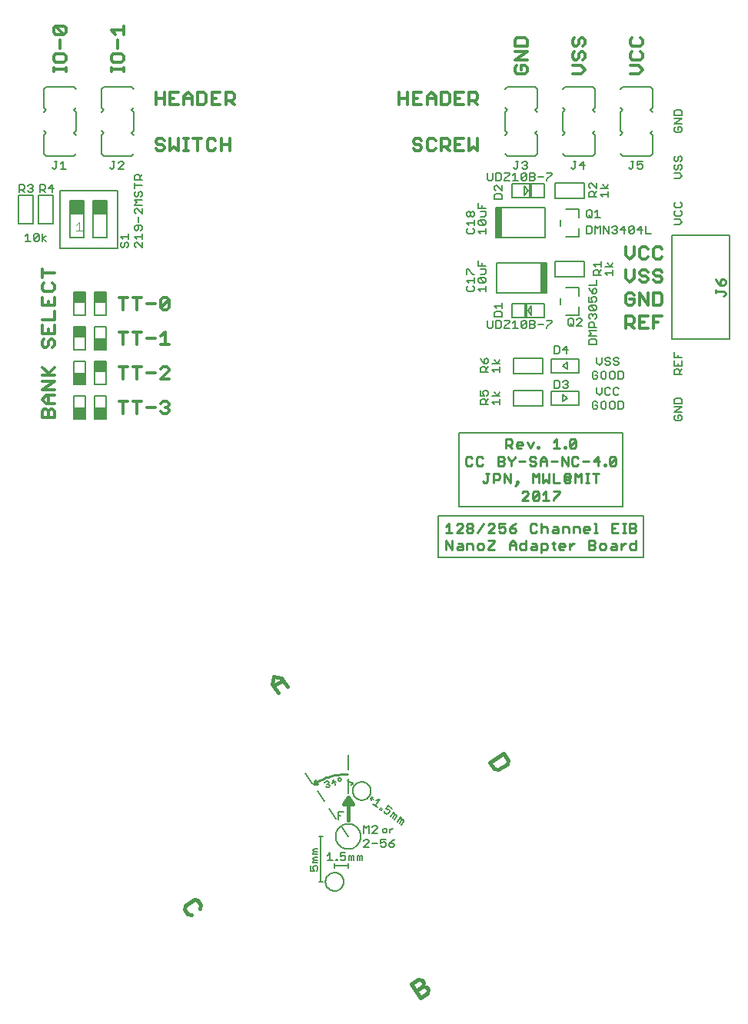
<source format=gto>
G75*
%MOIN*%
%OFA0B0*%
%FSLAX24Y24*%
%IPPOS*%
%LPD*%
%AMOC8*
5,1,8,0,0,1.08239X$1,22.5*
%
%ADD10C,0.0060*%
%ADD11C,0.0050*%
%ADD12C,0.0100*%
%ADD13C,0.0070*%
%ADD14C,0.0150*%
%ADD15C,0.0120*%
%ADD16R,0.0500X0.0500*%
%ADD17C,0.0160*%
%ADD18C,0.0030*%
%ADD19R,0.0600X0.0600*%
%ADD20R,0.0250X0.1300*%
%ADD21C,0.0090*%
%ADD22R,0.0125X0.0600*%
D10*
X017257Y018819D02*
X017310Y018787D01*
X017394Y018807D01*
X017426Y018859D01*
X017416Y018901D01*
X017364Y018933D01*
X017321Y018923D01*
X017364Y018933D02*
X017396Y018986D01*
X017385Y019028D01*
X017333Y019060D01*
X017249Y019040D01*
X017217Y018987D01*
X017524Y018972D02*
X017692Y019012D01*
X017800Y019083D02*
X017790Y019125D01*
X017822Y019177D01*
X017864Y019187D01*
X017916Y019155D01*
X017926Y019113D01*
X017894Y019061D01*
X017852Y019051D01*
X017800Y019083D01*
X017620Y019129D02*
X017524Y018972D01*
X017680Y018876D02*
X017620Y019129D01*
X019785Y016999D02*
X019742Y016956D01*
X019742Y016869D01*
X019785Y016826D01*
X019872Y016826D01*
X019915Y016869D01*
X019915Y016956D01*
X019872Y016999D01*
X019785Y016999D01*
X020036Y016999D02*
X020036Y016826D01*
X020036Y016912D02*
X020123Y016999D01*
X020166Y016999D01*
X008235Y042150D02*
X005735Y042150D01*
X005735Y044670D01*
X008235Y044670D01*
X008235Y042150D01*
X007785Y042610D02*
X007785Y044210D01*
X007185Y044210D01*
X007185Y042610D01*
X007785Y042610D01*
X006785Y042610D02*
X006785Y044210D01*
X006185Y044210D01*
X006185Y042610D01*
X006785Y042610D01*
X006335Y046160D02*
X005135Y046160D01*
X005035Y046260D01*
X005035Y047060D01*
X005135Y047160D01*
X005035Y047260D01*
X005035Y048060D02*
X005135Y048160D01*
X005035Y048260D01*
X005035Y049060D01*
X005135Y049160D01*
X006335Y049160D01*
X006435Y049060D01*
X006435Y048260D02*
X006335Y048160D01*
X006435Y048060D01*
X006435Y047260D01*
X006335Y047160D01*
X006435Y047060D01*
X006435Y046260D02*
X006335Y046160D01*
X007535Y046260D02*
X007635Y046160D01*
X008835Y046160D01*
X008935Y046260D01*
X008935Y047060D02*
X008835Y047160D01*
X008935Y047260D01*
X008935Y048060D01*
X008835Y048160D01*
X008935Y048260D01*
X008935Y049060D02*
X008835Y049160D01*
X007635Y049160D01*
X007535Y049060D01*
X007535Y048260D01*
X007635Y048160D01*
X007535Y048060D01*
X007535Y047260D02*
X007635Y047160D01*
X007535Y047060D01*
X007535Y046260D01*
X025035Y046260D02*
X025135Y046160D01*
X026335Y046160D01*
X026435Y046260D01*
X026435Y047060D01*
X026335Y047160D01*
X026435Y047260D01*
X026435Y048060D02*
X026335Y048160D01*
X026435Y048260D01*
X026435Y049060D01*
X026335Y049160D01*
X025135Y049160D01*
X025035Y049060D01*
X025035Y048260D02*
X025135Y048160D01*
X025035Y048060D01*
X025035Y047260D01*
X025135Y047160D01*
X025035Y047060D01*
X027535Y047060D02*
X027635Y047160D01*
X027535Y047260D01*
X027535Y048060D01*
X027635Y048160D01*
X027535Y048260D01*
X027535Y049060D02*
X027635Y049160D01*
X028835Y049160D01*
X028935Y049060D01*
X028935Y048260D01*
X028835Y048160D01*
X028935Y048060D01*
X028935Y047260D02*
X028835Y047160D01*
X028935Y047060D01*
X028935Y046260D01*
X028835Y046160D01*
X027635Y046160D01*
X027535Y046260D01*
X030035Y046260D02*
X030135Y046160D01*
X031335Y046160D01*
X031435Y046260D01*
X031435Y047060D01*
X031335Y047160D01*
X031435Y047260D01*
X031435Y048060D02*
X031335Y048160D01*
X031435Y048260D01*
X031435Y049060D01*
X031335Y049160D01*
X030135Y049160D01*
X030035Y049060D01*
X030035Y048260D02*
X030135Y048160D01*
X030035Y048060D01*
X030035Y047260D01*
X030135Y047160D01*
X030035Y047060D01*
D11*
X028460Y044985D02*
X028460Y044335D01*
X027210Y044335D01*
X027210Y044985D01*
X028460Y044985D01*
X028255Y043851D02*
X027664Y043851D01*
X027448Y043398D02*
X027448Y043123D01*
X027664Y042670D02*
X028255Y042670D01*
X028255Y043024D01*
X028255Y043497D02*
X028255Y043851D01*
X026785Y043910D02*
X026785Y042610D01*
X024635Y042610D01*
X024635Y043910D01*
X026785Y043910D01*
X026735Y044360D02*
X026735Y044960D01*
X025335Y044960D01*
X025335Y044360D01*
X026735Y044360D01*
X026035Y044660D02*
X025885Y044473D01*
X025885Y044848D01*
X026035Y044660D01*
X027210Y041585D02*
X028460Y041585D01*
X028460Y040935D01*
X027210Y040935D01*
X027210Y041585D01*
X026835Y041510D02*
X026835Y040210D01*
X024685Y040210D01*
X024685Y041510D01*
X026835Y041510D01*
X027664Y040451D02*
X028255Y040451D01*
X028255Y040097D01*
X028255Y039624D02*
X028255Y039270D01*
X027664Y039270D01*
X027448Y039723D02*
X027448Y039998D01*
X026735Y039760D02*
X026735Y039160D01*
X025335Y039160D01*
X025335Y039760D01*
X026735Y039760D01*
X026185Y039648D02*
X026185Y039273D01*
X026035Y039460D01*
X026185Y039648D01*
X026660Y037385D02*
X025410Y037385D01*
X025410Y036735D01*
X026660Y036735D01*
X026660Y037385D01*
X027035Y037360D02*
X027035Y036760D01*
X028235Y036760D01*
X028235Y037360D01*
X027035Y037360D01*
X027535Y037060D02*
X027735Y036910D01*
X027735Y037210D01*
X027535Y037060D01*
X027035Y035960D02*
X027035Y035360D01*
X028235Y035360D01*
X028235Y035960D01*
X027035Y035960D01*
X026660Y035985D02*
X026660Y035335D01*
X025410Y035335D01*
X025410Y035985D01*
X026660Y035985D01*
X027535Y035810D02*
X027735Y035660D01*
X027535Y035510D01*
X027535Y035810D01*
X032285Y038210D02*
X032285Y042710D01*
X034785Y042710D01*
X034785Y038210D01*
X032285Y038210D01*
X019312Y018353D02*
X019215Y018337D01*
X019231Y018240D01*
X019215Y018337D02*
X019328Y018256D01*
X018432Y018629D02*
X018434Y018668D01*
X018440Y018707D01*
X018450Y018745D01*
X018463Y018782D01*
X018480Y018817D01*
X018500Y018851D01*
X018524Y018882D01*
X018551Y018911D01*
X018580Y018937D01*
X018612Y018960D01*
X018646Y018980D01*
X018682Y018996D01*
X018719Y019008D01*
X018758Y019017D01*
X018797Y019022D01*
X018836Y019023D01*
X018875Y019020D01*
X018914Y019013D01*
X018951Y019002D01*
X018988Y018988D01*
X019023Y018970D01*
X019056Y018949D01*
X019087Y018924D01*
X019115Y018897D01*
X019140Y018867D01*
X019162Y018834D01*
X019181Y018800D01*
X019196Y018764D01*
X019208Y018726D01*
X019216Y018688D01*
X019220Y018649D01*
X019220Y018609D01*
X019216Y018570D01*
X019208Y018532D01*
X019196Y018494D01*
X019181Y018458D01*
X019162Y018424D01*
X019140Y018391D01*
X019115Y018361D01*
X019087Y018334D01*
X019056Y018309D01*
X019023Y018288D01*
X018988Y018270D01*
X018951Y018256D01*
X018914Y018245D01*
X018875Y018238D01*
X018836Y018235D01*
X018797Y018236D01*
X018758Y018241D01*
X018719Y018250D01*
X018682Y018262D01*
X018646Y018278D01*
X018612Y018298D01*
X018580Y018321D01*
X018551Y018347D01*
X018524Y018376D01*
X018500Y018407D01*
X018480Y018441D01*
X018463Y018476D01*
X018450Y018513D01*
X018440Y018551D01*
X018434Y018590D01*
X018432Y018629D01*
X018235Y018530D02*
X018235Y019164D01*
X018210Y019082D02*
X018437Y018921D01*
X018340Y018904D01*
X018437Y018921D02*
X018420Y019018D01*
X018235Y019557D02*
X018235Y020190D01*
X016896Y018627D02*
X017194Y018188D01*
X017416Y017863D02*
X017715Y017424D01*
X017936Y017099D02*
X018235Y016660D01*
X017691Y016660D02*
X017693Y016706D01*
X017699Y016752D01*
X017709Y016797D01*
X017722Y016841D01*
X017739Y016884D01*
X017760Y016925D01*
X017784Y016965D01*
X017812Y017002D01*
X017842Y017036D01*
X017876Y017068D01*
X017912Y017097D01*
X017950Y017123D01*
X017990Y017146D01*
X018032Y017165D01*
X018076Y017180D01*
X018120Y017192D01*
X018166Y017200D01*
X018212Y017204D01*
X018258Y017204D01*
X018304Y017200D01*
X018350Y017192D01*
X018394Y017180D01*
X018438Y017165D01*
X018480Y017146D01*
X018520Y017123D01*
X018558Y017097D01*
X018594Y017068D01*
X018628Y017036D01*
X018658Y017002D01*
X018686Y016965D01*
X018710Y016925D01*
X018731Y016884D01*
X018748Y016841D01*
X018761Y016797D01*
X018771Y016752D01*
X018777Y016706D01*
X018779Y016660D01*
X018777Y016614D01*
X018771Y016568D01*
X018761Y016523D01*
X018748Y016479D01*
X018731Y016436D01*
X018710Y016395D01*
X018686Y016355D01*
X018658Y016318D01*
X018628Y016284D01*
X018594Y016252D01*
X018558Y016223D01*
X018520Y016197D01*
X018480Y016174D01*
X018438Y016155D01*
X018394Y016140D01*
X018350Y016128D01*
X018304Y016120D01*
X018258Y016116D01*
X018212Y016116D01*
X018166Y016120D01*
X018120Y016128D01*
X018076Y016140D01*
X018032Y016155D01*
X017990Y016174D01*
X017950Y016197D01*
X017912Y016223D01*
X017876Y016252D01*
X017842Y016284D01*
X017812Y016318D01*
X017784Y016355D01*
X017760Y016395D01*
X017739Y016436D01*
X017722Y016479D01*
X017709Y016523D01*
X017699Y016568D01*
X017693Y016614D01*
X017691Y016660D01*
X017153Y016660D02*
X017054Y016660D01*
X016956Y016660D01*
X017054Y016660D02*
X017054Y014692D01*
X016956Y014692D01*
X017054Y014692D02*
X017153Y014692D01*
X017251Y014692D02*
X017253Y014731D01*
X017259Y014770D01*
X017269Y014808D01*
X017282Y014845D01*
X017299Y014880D01*
X017319Y014914D01*
X017343Y014945D01*
X017370Y014974D01*
X017399Y015000D01*
X017431Y015023D01*
X017465Y015043D01*
X017501Y015059D01*
X017538Y015071D01*
X017577Y015080D01*
X017616Y015085D01*
X017655Y015086D01*
X017694Y015083D01*
X017733Y015076D01*
X017770Y015065D01*
X017807Y015051D01*
X017842Y015033D01*
X017875Y015012D01*
X017906Y014987D01*
X017934Y014960D01*
X017959Y014930D01*
X017981Y014897D01*
X018000Y014863D01*
X018015Y014827D01*
X018027Y014789D01*
X018035Y014751D01*
X018039Y014712D01*
X018039Y014672D01*
X018035Y014633D01*
X018027Y014595D01*
X018015Y014557D01*
X018000Y014521D01*
X017981Y014487D01*
X017959Y014454D01*
X017934Y014424D01*
X017906Y014397D01*
X017875Y014372D01*
X017842Y014351D01*
X017807Y014333D01*
X017770Y014319D01*
X017733Y014308D01*
X017694Y014301D01*
X017655Y014298D01*
X017616Y014299D01*
X017577Y014304D01*
X017538Y014313D01*
X017501Y014325D01*
X017465Y014341D01*
X017431Y014361D01*
X017399Y014384D01*
X017370Y014410D01*
X017343Y014439D01*
X017319Y014470D01*
X017299Y014504D01*
X017282Y014539D01*
X017269Y014576D01*
X017259Y014614D01*
X017253Y014653D01*
X017251Y014692D01*
X017645Y015282D02*
X017645Y015381D01*
X018235Y015381D01*
X018235Y015282D01*
X018235Y015381D02*
X018235Y015479D01*
X017645Y015479D02*
X017645Y015381D01*
X016674Y018952D02*
X016375Y019390D01*
X007735Y034760D02*
X007235Y034760D01*
X007235Y035760D01*
X007735Y035760D01*
X007735Y034760D01*
X006835Y034760D02*
X006835Y035760D01*
X006335Y035760D01*
X006335Y034760D01*
X006835Y034760D01*
X006835Y036260D02*
X006335Y036260D01*
X006335Y037260D01*
X006835Y037260D01*
X006835Y036260D01*
X007235Y036260D02*
X007735Y036260D01*
X007735Y037260D01*
X007235Y037260D01*
X007235Y036260D01*
X007235Y037760D02*
X007735Y037760D01*
X007735Y038760D01*
X007235Y038760D01*
X007235Y037760D01*
X006835Y037760D02*
X006835Y038760D01*
X006335Y038760D01*
X006335Y037760D01*
X006835Y037760D01*
X006835Y039260D02*
X006335Y039260D01*
X006335Y040260D01*
X006835Y040260D01*
X006835Y039260D01*
X007235Y039260D02*
X007735Y039260D01*
X007735Y040260D01*
X007235Y040260D01*
X007235Y039260D01*
X005450Y043217D02*
X004800Y043217D01*
X004800Y044467D01*
X005450Y044467D01*
X005450Y043217D01*
X004587Y043217D02*
X004587Y044467D01*
X003937Y044467D01*
X003937Y043217D01*
X004587Y043217D01*
D12*
X016805Y019090D02*
X016745Y018940D01*
X016895Y018920D01*
X016805Y019090D01*
X016765Y018950D02*
X016844Y019002D01*
X016925Y019050D01*
X017008Y019095D01*
X017093Y019137D01*
X017179Y019175D01*
X017266Y019210D01*
X017356Y019241D01*
X017446Y019269D01*
X017537Y019293D01*
X017629Y019313D01*
X017722Y019329D01*
X017816Y019342D01*
X017909Y019351D01*
X018004Y019356D01*
X018098Y019357D01*
X018192Y019354D01*
X022465Y029085D02*
X022465Y029486D01*
X022732Y029085D01*
X022732Y029486D01*
X022992Y029352D02*
X023126Y029352D01*
X023192Y029286D01*
X023192Y029085D01*
X022992Y029085D01*
X022925Y029152D01*
X022992Y029219D01*
X023192Y029219D01*
X023386Y029352D02*
X023586Y029352D01*
X023653Y029286D01*
X023653Y029085D01*
X023846Y029152D02*
X023913Y029085D01*
X024046Y029085D01*
X024113Y029152D01*
X024113Y029286D01*
X024046Y029352D01*
X023913Y029352D01*
X023846Y029286D01*
X023846Y029152D01*
X024307Y029152D02*
X024307Y029085D01*
X024573Y029085D01*
X024307Y029152D02*
X024573Y029419D01*
X024573Y029486D01*
X024307Y029486D01*
X024307Y029835D02*
X024573Y030102D01*
X024573Y030169D01*
X024507Y030236D01*
X024373Y030236D01*
X024307Y030169D01*
X024113Y030236D02*
X023846Y029835D01*
X023653Y029902D02*
X023586Y029835D01*
X023452Y029835D01*
X023386Y029902D01*
X023386Y029969D01*
X023452Y030036D01*
X023586Y030036D01*
X023653Y029969D01*
X023653Y029902D01*
X023586Y030036D02*
X023653Y030102D01*
X023653Y030169D01*
X023586Y030236D01*
X023452Y030236D01*
X023386Y030169D01*
X023386Y030102D01*
X023452Y030036D01*
X023192Y030102D02*
X023192Y030169D01*
X023126Y030236D01*
X022992Y030236D01*
X022925Y030169D01*
X023192Y030102D02*
X022925Y029835D01*
X023192Y029835D01*
X022732Y029835D02*
X022465Y029835D01*
X022598Y029835D02*
X022598Y030236D01*
X022465Y030102D01*
X023386Y029352D02*
X023386Y029085D01*
X024307Y029835D02*
X024573Y029835D01*
X024767Y029902D02*
X024834Y029835D01*
X024967Y029835D01*
X025034Y029902D01*
X025034Y030036D01*
X024967Y030102D01*
X024900Y030102D01*
X024767Y030036D01*
X024767Y030236D01*
X025034Y030236D01*
X025227Y030036D02*
X025427Y030036D01*
X025494Y029969D01*
X025494Y029902D01*
X025427Y029835D01*
X025294Y029835D01*
X025227Y029902D01*
X025227Y030036D01*
X025361Y030169D01*
X025494Y030236D01*
X025361Y029486D02*
X025494Y029352D01*
X025494Y029085D01*
X025494Y029286D02*
X025227Y029286D01*
X025227Y029352D02*
X025227Y029085D01*
X025227Y029352D02*
X025361Y029486D01*
X025688Y029286D02*
X025754Y029352D01*
X025955Y029352D01*
X025955Y029486D02*
X025955Y029085D01*
X025754Y029085D01*
X025688Y029152D01*
X025688Y029286D01*
X026148Y029152D02*
X026215Y029219D01*
X026415Y029219D01*
X026415Y029286D02*
X026415Y029085D01*
X026215Y029085D01*
X026148Y029152D01*
X026215Y029352D02*
X026348Y029352D01*
X026415Y029286D01*
X026608Y029352D02*
X026608Y028952D01*
X026608Y029085D02*
X026809Y029085D01*
X026875Y029152D01*
X026875Y029286D01*
X026809Y029352D01*
X026608Y029352D01*
X026608Y029835D02*
X026608Y030236D01*
X026675Y030102D02*
X026608Y030036D01*
X026675Y030102D02*
X026809Y030102D01*
X026875Y030036D01*
X026875Y029835D01*
X027069Y029902D02*
X027136Y029969D01*
X027336Y029969D01*
X027336Y030036D02*
X027336Y029835D01*
X027136Y029835D01*
X027069Y029902D01*
X027136Y030102D02*
X027269Y030102D01*
X027336Y030036D01*
X027529Y030102D02*
X027529Y029835D01*
X027796Y029835D02*
X027796Y030036D01*
X027729Y030102D01*
X027529Y030102D01*
X027990Y030102D02*
X027990Y029835D01*
X028257Y029835D02*
X028257Y030036D01*
X028190Y030102D01*
X027990Y030102D01*
X027970Y029352D02*
X028036Y029352D01*
X027970Y029352D02*
X027836Y029219D01*
X027836Y029352D02*
X027836Y029085D01*
X027643Y029219D02*
X027376Y029219D01*
X027376Y029286D02*
X027443Y029352D01*
X027576Y029352D01*
X027643Y029286D01*
X027643Y029219D01*
X027576Y029085D02*
X027443Y029085D01*
X027376Y029152D01*
X027376Y029286D01*
X027202Y029352D02*
X027069Y029352D01*
X027136Y029419D02*
X027136Y029152D01*
X027202Y029085D01*
X026415Y029902D02*
X026348Y029835D01*
X026215Y029835D01*
X026148Y029902D01*
X026148Y030169D01*
X026215Y030236D01*
X026348Y030236D01*
X026415Y030169D01*
X026425Y031235D02*
X026292Y031235D01*
X026225Y031302D01*
X026492Y031569D01*
X026492Y031302D01*
X026425Y031235D01*
X026225Y031302D02*
X026225Y031569D01*
X026292Y031636D01*
X026425Y031636D01*
X026492Y031569D01*
X026685Y031502D02*
X026819Y031636D01*
X026819Y031235D01*
X026952Y031235D02*
X026685Y031235D01*
X027146Y031235D02*
X027146Y031302D01*
X027413Y031569D01*
X027413Y031636D01*
X027146Y031636D01*
X027146Y031985D02*
X027413Y031985D01*
X027606Y032052D02*
X027606Y032319D01*
X027673Y032386D01*
X027806Y032386D01*
X027873Y032319D01*
X027873Y032186D01*
X027806Y032119D01*
X027806Y032252D01*
X027673Y032252D01*
X027673Y032119D01*
X027806Y032119D01*
X027873Y032052D02*
X027806Y031985D01*
X027673Y031985D01*
X027606Y032052D01*
X027146Y031985D02*
X027146Y032386D01*
X026952Y032386D02*
X026952Y031985D01*
X026819Y032119D01*
X026685Y031985D01*
X026685Y032386D01*
X026492Y032386D02*
X026492Y031985D01*
X026225Y031985D02*
X026225Y032386D01*
X026358Y032252D01*
X026492Y032386D01*
X026570Y032735D02*
X026570Y033002D01*
X026704Y033136D01*
X026837Y033002D01*
X026837Y032735D01*
X026837Y032936D02*
X026570Y032936D01*
X026377Y032869D02*
X026377Y032802D01*
X026310Y032735D01*
X026176Y032735D01*
X026110Y032802D01*
X026176Y032936D02*
X026310Y032936D01*
X026377Y032869D01*
X026377Y033069D02*
X026310Y033136D01*
X026176Y033136D01*
X026110Y033069D01*
X026110Y033002D01*
X026176Y032936D01*
X025916Y032936D02*
X025649Y032936D01*
X025456Y033069D02*
X025456Y033136D01*
X025456Y033069D02*
X025322Y032936D01*
X025322Y032735D01*
X025322Y032936D02*
X025189Y033069D01*
X025189Y033136D01*
X024995Y033069D02*
X024995Y033002D01*
X024929Y032936D01*
X024729Y032936D01*
X024929Y032936D02*
X024995Y032869D01*
X024995Y032802D01*
X024929Y032735D01*
X024729Y032735D01*
X024729Y033136D01*
X024929Y033136D01*
X024995Y033069D01*
X025074Y033485D02*
X025074Y033886D01*
X025274Y033886D01*
X025341Y033819D01*
X025341Y033686D01*
X025274Y033619D01*
X025074Y033619D01*
X025207Y033619D02*
X025341Y033485D01*
X025534Y033552D02*
X025534Y033686D01*
X025601Y033752D01*
X025734Y033752D01*
X025801Y033686D01*
X025801Y033619D01*
X025534Y033619D01*
X025534Y033552D02*
X025601Y033485D01*
X025734Y033485D01*
X025995Y033752D02*
X026128Y033485D01*
X026262Y033752D01*
X026455Y033552D02*
X026522Y033552D01*
X026522Y033485D01*
X026455Y033485D01*
X026455Y033552D01*
X027146Y033485D02*
X027413Y033485D01*
X027279Y033485D02*
X027279Y033886D01*
X027146Y033752D01*
X027606Y033552D02*
X027673Y033552D01*
X027673Y033485D01*
X027606Y033485D01*
X027606Y033552D01*
X027836Y033552D02*
X027836Y033819D01*
X027903Y033886D01*
X028036Y033886D01*
X028103Y033819D01*
X027836Y033552D01*
X027903Y033485D01*
X028036Y033485D01*
X028103Y033552D01*
X028103Y033819D01*
X028151Y033136D02*
X028018Y033136D01*
X027951Y033069D01*
X027951Y032802D01*
X028018Y032735D01*
X028151Y032735D01*
X028218Y032802D01*
X028412Y032936D02*
X028679Y032936D01*
X028872Y032936D02*
X029139Y032936D01*
X029072Y033136D02*
X028872Y032936D01*
X029072Y033136D02*
X029072Y032735D01*
X029332Y032735D02*
X029399Y032735D01*
X029399Y032802D01*
X029332Y032802D01*
X029332Y032735D01*
X029563Y032802D02*
X029830Y033069D01*
X029830Y032802D01*
X029763Y032735D01*
X029629Y032735D01*
X029563Y032802D01*
X029563Y033069D01*
X029629Y033136D01*
X029763Y033136D01*
X029830Y033069D01*
X029101Y032386D02*
X028834Y032386D01*
X028967Y032386D02*
X028967Y031985D01*
X028660Y031985D02*
X028527Y031985D01*
X028594Y031985D02*
X028594Y032386D01*
X028660Y032386D02*
X028527Y032386D01*
X028333Y032386D02*
X028333Y031985D01*
X028066Y031985D02*
X028066Y032386D01*
X028200Y032252D01*
X028333Y032386D01*
X027758Y032735D02*
X027758Y033136D01*
X027491Y033136D02*
X027758Y032735D01*
X027491Y032735D02*
X027491Y033136D01*
X027297Y032936D02*
X027031Y032936D01*
X028151Y033136D02*
X028218Y033069D01*
X028910Y030236D02*
X028977Y030236D01*
X028977Y029835D01*
X028910Y029835D02*
X029044Y029835D01*
X028717Y029969D02*
X028450Y029969D01*
X028450Y030036D02*
X028517Y030102D01*
X028650Y030102D01*
X028717Y030036D01*
X028717Y029969D01*
X028650Y029835D02*
X028517Y029835D01*
X028450Y029902D01*
X028450Y030036D01*
X028680Y029486D02*
X028880Y029486D01*
X028947Y029419D01*
X028947Y029352D01*
X028880Y029286D01*
X028680Y029286D01*
X028680Y029486D02*
X028680Y029085D01*
X028880Y029085D01*
X028947Y029152D01*
X028947Y029219D01*
X028880Y029286D01*
X029141Y029286D02*
X029141Y029152D01*
X029207Y029085D01*
X029341Y029085D01*
X029408Y029152D01*
X029408Y029286D01*
X029341Y029352D01*
X029207Y029352D01*
X029141Y029286D01*
X029601Y029152D02*
X029668Y029219D01*
X029868Y029219D01*
X029868Y029286D02*
X029868Y029085D01*
X029668Y029085D01*
X029601Y029152D01*
X029668Y029352D02*
X029801Y029352D01*
X029868Y029286D01*
X030061Y029352D02*
X030061Y029085D01*
X030061Y029219D02*
X030195Y029352D01*
X030262Y029352D01*
X030445Y029286D02*
X030512Y029352D01*
X030712Y029352D01*
X030712Y029486D02*
X030712Y029085D01*
X030512Y029085D01*
X030445Y029152D01*
X030445Y029286D01*
X030445Y029835D02*
X030645Y029835D01*
X030712Y029902D01*
X030712Y029969D01*
X030645Y030036D01*
X030445Y030036D01*
X030445Y030236D02*
X030645Y030236D01*
X030712Y030169D01*
X030712Y030102D01*
X030645Y030036D01*
X030445Y030236D02*
X030445Y029835D01*
X030272Y029835D02*
X030138Y029835D01*
X030205Y029835D02*
X030205Y030236D01*
X030138Y030236D02*
X030272Y030236D01*
X029945Y030236D02*
X029678Y030236D01*
X029678Y029835D01*
X029945Y029835D01*
X029811Y030036D02*
X029678Y030036D01*
X026031Y031235D02*
X025764Y031235D01*
X026031Y031502D01*
X026031Y031569D01*
X025965Y031636D01*
X025831Y031636D01*
X025764Y031569D01*
X025458Y031852D02*
X025591Y031985D01*
X025524Y031985D01*
X025524Y032052D01*
X025591Y032052D01*
X025591Y031985D01*
X025264Y031985D02*
X025264Y032386D01*
X024997Y032386D02*
X024997Y031985D01*
X025264Y031985D02*
X024997Y032386D01*
X024804Y032319D02*
X024804Y032186D01*
X024737Y032119D01*
X024537Y032119D01*
X024537Y031985D02*
X024537Y032386D01*
X024737Y032386D01*
X024804Y032319D01*
X024343Y032386D02*
X024210Y032386D01*
X024277Y032386D02*
X024277Y032052D01*
X024210Y031985D01*
X024143Y031985D01*
X024076Y032052D01*
X024008Y032735D02*
X024075Y032802D01*
X024008Y032735D02*
X023874Y032735D01*
X023808Y032802D01*
X023808Y033069D01*
X023874Y033136D01*
X024008Y033136D01*
X024075Y033069D01*
X023614Y033069D02*
X023548Y033136D01*
X023414Y033136D01*
X023347Y033069D01*
X023347Y032802D01*
X023414Y032735D01*
X023548Y032735D01*
X023614Y032802D01*
D13*
X023035Y034160D02*
X030135Y034160D01*
X030135Y030960D01*
X023035Y030960D01*
X023035Y034160D01*
X023970Y035395D02*
X023970Y035561D01*
X024025Y035616D01*
X024135Y035616D01*
X024190Y035561D01*
X024190Y035395D01*
X024300Y035395D02*
X023970Y035395D01*
X024190Y035506D02*
X024300Y035616D01*
X024245Y035764D02*
X024300Y035819D01*
X024300Y035929D01*
X024245Y035984D01*
X024135Y035984D01*
X024080Y035929D01*
X024080Y035874D01*
X024135Y035764D01*
X023970Y035764D01*
X023970Y035984D01*
X024470Y035764D02*
X024800Y035764D01*
X024690Y035764D02*
X024800Y035929D01*
X024690Y035764D02*
X024580Y035929D01*
X024800Y035616D02*
X024800Y035395D01*
X024800Y035506D02*
X024470Y035506D01*
X024580Y035395D01*
X024580Y036795D02*
X024470Y036906D01*
X024800Y036906D01*
X024800Y037016D02*
X024800Y036795D01*
X024800Y037164D02*
X024470Y037164D01*
X024300Y037219D02*
X024300Y037329D01*
X024245Y037384D01*
X024190Y037384D01*
X024135Y037329D01*
X024135Y037164D01*
X024245Y037164D01*
X024300Y037219D01*
X024135Y037164D02*
X024025Y037274D01*
X023970Y037384D01*
X024025Y037016D02*
X024135Y037016D01*
X024190Y036961D01*
X024190Y036795D01*
X024300Y036795D02*
X023970Y036795D01*
X023970Y036961D01*
X024025Y037016D01*
X024190Y036906D02*
X024300Y037016D01*
X024690Y037164D02*
X024580Y037329D01*
X024690Y037164D02*
X024800Y037329D01*
X024804Y038695D02*
X024639Y038695D01*
X024639Y039026D01*
X024804Y039026D01*
X024859Y038971D01*
X024859Y038750D01*
X024804Y038695D01*
X025007Y038695D02*
X025227Y038695D01*
X025375Y038695D02*
X025595Y038695D01*
X025485Y038695D02*
X025485Y039026D01*
X025375Y038916D01*
X025227Y038971D02*
X025007Y038750D01*
X025007Y038695D01*
X025007Y039026D02*
X025227Y039026D01*
X025227Y038971D01*
X024900Y039195D02*
X024900Y039361D01*
X024845Y039416D01*
X024625Y039416D01*
X024570Y039361D01*
X024570Y039195D01*
X024900Y039195D01*
X024900Y039564D02*
X024900Y039784D01*
X024900Y039674D02*
X024570Y039674D01*
X024680Y039564D01*
X024490Y039026D02*
X024490Y038750D01*
X024435Y038695D01*
X024325Y038695D01*
X024270Y038750D01*
X024270Y039026D01*
X024200Y040295D02*
X024200Y040516D01*
X024200Y040406D02*
X023870Y040406D01*
X023980Y040295D01*
X023700Y040350D02*
X023700Y040461D01*
X023645Y040516D01*
X023700Y040664D02*
X023700Y040884D01*
X023700Y040774D02*
X023370Y040774D01*
X023480Y040664D01*
X023425Y040516D02*
X023370Y040461D01*
X023370Y040350D01*
X023425Y040295D01*
X023645Y040295D01*
X023700Y040350D01*
X023925Y040664D02*
X023870Y040719D01*
X023870Y040829D01*
X023925Y040884D01*
X024145Y040664D01*
X024200Y040719D01*
X024200Y040829D01*
X024145Y040884D01*
X023925Y040884D01*
X023980Y041032D02*
X024145Y041032D01*
X024200Y041087D01*
X024200Y041252D01*
X023980Y041252D01*
X024035Y041400D02*
X024035Y041510D01*
X023870Y041400D02*
X023870Y041621D01*
X023870Y041400D02*
X024200Y041400D01*
X024145Y040664D02*
X023925Y040664D01*
X023700Y041032D02*
X023645Y041032D01*
X023425Y041252D01*
X023370Y041252D01*
X023370Y041032D01*
X023425Y042795D02*
X023645Y042795D01*
X023700Y042850D01*
X023700Y042961D01*
X023645Y043016D01*
X023700Y043164D02*
X023700Y043384D01*
X023700Y043274D02*
X023370Y043274D01*
X023480Y043164D01*
X023425Y043016D02*
X023370Y042961D01*
X023370Y042850D01*
X023425Y042795D01*
X023870Y042906D02*
X024200Y042906D01*
X024200Y043016D02*
X024200Y042795D01*
X023980Y042795D02*
X023870Y042906D01*
X023925Y043164D02*
X023870Y043219D01*
X023870Y043329D01*
X023925Y043384D01*
X024145Y043164D01*
X024200Y043219D01*
X024200Y043329D01*
X024145Y043384D01*
X023925Y043384D01*
X023980Y043532D02*
X024145Y043532D01*
X024200Y043587D01*
X024200Y043752D01*
X023980Y043752D01*
X024035Y043900D02*
X024035Y044010D01*
X023870Y043900D02*
X023870Y044121D01*
X023870Y043900D02*
X024200Y043900D01*
X024570Y044295D02*
X024570Y044461D01*
X024625Y044516D01*
X024845Y044516D01*
X024900Y044461D01*
X024900Y044295D01*
X024570Y044295D01*
X024625Y044664D02*
X024570Y044719D01*
X024570Y044829D01*
X024625Y044884D01*
X024680Y044884D01*
X024900Y044664D01*
X024900Y044884D01*
X024804Y045095D02*
X024859Y045150D01*
X024859Y045371D01*
X024804Y045426D01*
X024639Y045426D01*
X024639Y045095D01*
X024804Y045095D01*
X025007Y045095D02*
X025227Y045095D01*
X025375Y045095D02*
X025595Y045095D01*
X025485Y045095D02*
X025485Y045426D01*
X025375Y045316D01*
X025227Y045371D02*
X025007Y045150D01*
X025007Y045095D01*
X025007Y045426D02*
X025227Y045426D01*
X025227Y045371D01*
X025457Y045595D02*
X025512Y045595D01*
X025567Y045650D01*
X025567Y045926D01*
X025512Y045926D02*
X025622Y045926D01*
X025770Y045871D02*
X025825Y045926D01*
X025935Y045926D01*
X025990Y045871D01*
X025990Y045816D01*
X025935Y045761D01*
X025990Y045706D01*
X025990Y045650D01*
X025935Y045595D01*
X025825Y045595D01*
X025770Y045650D01*
X025880Y045761D02*
X025935Y045761D01*
X025909Y045426D02*
X025964Y045371D01*
X025743Y045150D01*
X025799Y045095D01*
X025909Y045095D01*
X025964Y045150D01*
X025964Y045371D01*
X025909Y045426D02*
X025799Y045426D01*
X025743Y045371D01*
X025743Y045150D01*
X026112Y045095D02*
X026112Y045426D01*
X026277Y045426D01*
X026332Y045371D01*
X026332Y045316D01*
X026277Y045261D01*
X026112Y045261D01*
X026277Y045261D02*
X026332Y045206D01*
X026332Y045150D01*
X026277Y045095D01*
X026112Y045095D01*
X026480Y045261D02*
X026700Y045261D01*
X026848Y045150D02*
X026848Y045095D01*
X026848Y045150D02*
X027069Y045371D01*
X027069Y045426D01*
X026848Y045426D01*
X027902Y045650D02*
X027957Y045595D01*
X028012Y045595D01*
X028067Y045650D01*
X028067Y045926D01*
X028012Y045926D02*
X028122Y045926D01*
X028270Y045761D02*
X028490Y045761D01*
X028435Y045926D02*
X028270Y045761D01*
X028435Y045926D02*
X028435Y045595D01*
X028725Y044984D02*
X028670Y044929D01*
X028670Y044819D01*
X028725Y044764D01*
X028725Y044616D02*
X028835Y044616D01*
X028890Y044561D01*
X028890Y044395D01*
X029000Y044395D02*
X028670Y044395D01*
X028670Y044561D01*
X028725Y044616D01*
X028890Y044506D02*
X029000Y044616D01*
X029000Y044764D02*
X028780Y044984D01*
X028725Y044984D01*
X029000Y044984D02*
X029000Y044764D01*
X029170Y044764D02*
X029500Y044764D01*
X029390Y044764D02*
X029280Y044929D01*
X029390Y044764D02*
X029500Y044929D01*
X029500Y044616D02*
X029500Y044395D01*
X029500Y044506D02*
X029170Y044506D01*
X029280Y044395D01*
X029049Y043826D02*
X029049Y043495D01*
X028939Y043495D02*
X029159Y043495D01*
X028939Y043716D02*
X029049Y043826D01*
X028790Y043771D02*
X028790Y043550D01*
X028735Y043495D01*
X028625Y043495D01*
X028570Y043550D01*
X028570Y043771D01*
X028625Y043826D01*
X028735Y043826D01*
X028790Y043771D01*
X028680Y043606D02*
X028790Y043495D01*
X028735Y043126D02*
X028570Y043126D01*
X028570Y042795D01*
X028735Y042795D01*
X028790Y042850D01*
X028790Y043071D01*
X028735Y043126D01*
X028939Y043126D02*
X029049Y043016D01*
X029159Y043126D01*
X029159Y042795D01*
X029307Y042795D02*
X029307Y043126D01*
X029527Y042795D01*
X029527Y043126D01*
X029675Y043071D02*
X029730Y043126D01*
X029840Y043126D01*
X029895Y043071D01*
X029895Y043016D01*
X029840Y042961D01*
X029895Y042906D01*
X029895Y042850D01*
X029840Y042795D01*
X029730Y042795D01*
X029675Y042850D01*
X029785Y042961D02*
X029840Y042961D01*
X030043Y042961D02*
X030264Y042961D01*
X030209Y043126D02*
X030043Y042961D01*
X030209Y042795D02*
X030209Y043126D01*
X030412Y043071D02*
X030467Y043126D01*
X030577Y043126D01*
X030632Y043071D01*
X030412Y042850D01*
X030467Y042795D01*
X030577Y042795D01*
X030632Y042850D01*
X030632Y043071D01*
X030780Y042961D02*
X031000Y042961D01*
X030945Y043126D02*
X030780Y042961D01*
X030945Y043126D02*
X030945Y042795D01*
X031148Y042795D02*
X031369Y042795D01*
X031148Y042795D02*
X031148Y043126D01*
X030412Y043071D02*
X030412Y042850D01*
X029700Y041529D02*
X029590Y041364D01*
X029480Y041529D01*
X029370Y041364D02*
X029700Y041364D01*
X029700Y041216D02*
X029700Y040995D01*
X029700Y041106D02*
X029370Y041106D01*
X029480Y040995D01*
X029200Y040995D02*
X028870Y040995D01*
X028870Y041161D01*
X028925Y041216D01*
X029035Y041216D01*
X029090Y041161D01*
X029090Y040995D01*
X029090Y041106D02*
X029200Y041216D01*
X029200Y041364D02*
X029200Y041584D01*
X029200Y041474D02*
X028870Y041474D01*
X028980Y041364D01*
X029000Y040794D02*
X029000Y040574D01*
X028670Y040574D01*
X028670Y040426D02*
X028725Y040315D01*
X028835Y040205D01*
X028835Y040370D01*
X028890Y040426D01*
X028945Y040426D01*
X029000Y040370D01*
X029000Y040260D01*
X028945Y040205D01*
X028835Y040205D01*
X028835Y040057D02*
X028945Y040057D01*
X029000Y040002D01*
X029000Y039892D01*
X028945Y039837D01*
X028835Y039837D02*
X028780Y039947D01*
X028780Y040002D01*
X028835Y040057D01*
X028670Y040057D02*
X028670Y039837D01*
X028835Y039837D01*
X028725Y039689D02*
X028945Y039469D01*
X029000Y039524D01*
X029000Y039634D01*
X028945Y039689D01*
X028725Y039689D01*
X028670Y039634D01*
X028670Y039524D01*
X028725Y039469D01*
X028945Y039469D01*
X028945Y039321D02*
X029000Y039266D01*
X029000Y039155D01*
X028945Y039100D01*
X028835Y039210D02*
X028835Y039266D01*
X028890Y039321D01*
X028945Y039321D01*
X028835Y039266D02*
X028780Y039321D01*
X028725Y039321D01*
X028670Y039266D01*
X028670Y039155D01*
X028725Y039100D01*
X028725Y038952D02*
X028835Y038952D01*
X028890Y038897D01*
X028890Y038732D01*
X029000Y038732D02*
X028670Y038732D01*
X028670Y038897D01*
X028725Y038952D01*
X028359Y039016D02*
X028359Y039071D01*
X028304Y039126D01*
X028194Y039126D01*
X028139Y039071D01*
X027990Y039071D02*
X027990Y038850D01*
X027935Y038795D01*
X027825Y038795D01*
X027770Y038850D01*
X027770Y039071D01*
X027825Y039126D01*
X027935Y039126D01*
X027990Y039071D01*
X027880Y038906D02*
X027990Y038795D01*
X028139Y038795D02*
X028359Y039016D01*
X028359Y038795D02*
X028139Y038795D01*
X028670Y038584D02*
X029000Y038584D01*
X029000Y038364D02*
X028670Y038364D01*
X028780Y038474D01*
X028670Y038584D01*
X028725Y038216D02*
X028670Y038161D01*
X028670Y037995D01*
X029000Y037995D01*
X029000Y038161D01*
X028945Y038216D01*
X028725Y038216D01*
X029018Y037426D02*
X029018Y037206D01*
X029128Y037095D01*
X029238Y037206D01*
X029238Y037426D01*
X029386Y037371D02*
X029386Y037316D01*
X029441Y037261D01*
X029551Y037261D01*
X029606Y037206D01*
X029606Y037150D01*
X029551Y037095D01*
X029441Y037095D01*
X029386Y037150D01*
X029386Y037371D02*
X029441Y037426D01*
X029551Y037426D01*
X029606Y037371D01*
X029754Y037371D02*
X029754Y037316D01*
X029809Y037261D01*
X029920Y037261D01*
X029975Y037206D01*
X029975Y037150D01*
X029920Y037095D01*
X029809Y037095D01*
X029754Y037150D01*
X029754Y037371D02*
X029809Y037426D01*
X029920Y037426D01*
X029975Y037371D01*
X029939Y036826D02*
X030104Y036826D01*
X030159Y036771D01*
X030159Y036550D01*
X030104Y036495D01*
X029939Y036495D01*
X029939Y036826D01*
X029790Y036771D02*
X029735Y036826D01*
X029625Y036826D01*
X029570Y036771D01*
X029570Y036550D01*
X029625Y036495D01*
X029735Y036495D01*
X029790Y036550D01*
X029790Y036771D01*
X029422Y036771D02*
X029367Y036826D01*
X029257Y036826D01*
X029202Y036771D01*
X029202Y036550D01*
X029257Y036495D01*
X029367Y036495D01*
X029422Y036550D01*
X029422Y036771D01*
X029054Y036771D02*
X028999Y036826D01*
X028889Y036826D01*
X028834Y036771D01*
X028834Y036550D01*
X028889Y036495D01*
X028999Y036495D01*
X029054Y036550D01*
X029054Y036661D01*
X028944Y036661D01*
X029018Y036126D02*
X029018Y035906D01*
X029128Y035795D01*
X029238Y035906D01*
X029238Y036126D01*
X029386Y036071D02*
X029386Y035850D01*
X029441Y035795D01*
X029551Y035795D01*
X029606Y035850D01*
X029754Y035850D02*
X029809Y035795D01*
X029920Y035795D01*
X029975Y035850D01*
X029754Y035850D02*
X029754Y036071D01*
X029809Y036126D01*
X029920Y036126D01*
X029975Y036071D01*
X029606Y036071D02*
X029551Y036126D01*
X029441Y036126D01*
X029386Y036071D01*
X029367Y035526D02*
X029422Y035471D01*
X029422Y035250D01*
X029367Y035195D01*
X029257Y035195D01*
X029202Y035250D01*
X029202Y035471D01*
X029257Y035526D01*
X029367Y035526D01*
X029570Y035471D02*
X029570Y035250D01*
X029625Y035195D01*
X029735Y035195D01*
X029790Y035250D01*
X029790Y035471D01*
X029735Y035526D01*
X029625Y035526D01*
X029570Y035471D01*
X029939Y035526D02*
X029939Y035195D01*
X030104Y035195D01*
X030159Y035250D01*
X030159Y035471D01*
X030104Y035526D01*
X029939Y035526D01*
X029054Y035471D02*
X028999Y035526D01*
X028889Y035526D01*
X028834Y035471D01*
X028834Y035250D01*
X028889Y035195D01*
X028999Y035195D01*
X029054Y035250D01*
X029054Y035361D01*
X028944Y035361D01*
X027759Y036150D02*
X027704Y036095D01*
X027594Y036095D01*
X027539Y036150D01*
X027390Y036150D02*
X027390Y036371D01*
X027335Y036426D01*
X027170Y036426D01*
X027170Y036095D01*
X027335Y036095D01*
X027390Y036150D01*
X027539Y036371D02*
X027594Y036426D01*
X027704Y036426D01*
X027759Y036371D01*
X027759Y036316D01*
X027704Y036261D01*
X027759Y036206D01*
X027759Y036150D01*
X027704Y036261D02*
X027649Y036261D01*
X027704Y037595D02*
X027704Y037926D01*
X027539Y037761D01*
X027759Y037761D01*
X027390Y037871D02*
X027335Y037926D01*
X027170Y037926D01*
X027170Y037595D01*
X027335Y037595D01*
X027390Y037650D01*
X027390Y037871D01*
X026848Y038695D02*
X026848Y038750D01*
X027069Y038971D01*
X027069Y039026D01*
X026848Y039026D01*
X026700Y038861D02*
X026480Y038861D01*
X026332Y038916D02*
X026277Y038861D01*
X026112Y038861D01*
X026112Y039026D02*
X026277Y039026D01*
X026332Y038971D01*
X026332Y038916D01*
X026277Y038861D02*
X026332Y038806D01*
X026332Y038750D01*
X026277Y038695D01*
X026112Y038695D01*
X026112Y039026D01*
X025964Y038971D02*
X025743Y038750D01*
X025799Y038695D01*
X025909Y038695D01*
X025964Y038750D01*
X025964Y038971D01*
X025909Y039026D01*
X025799Y039026D01*
X025743Y038971D01*
X025743Y038750D01*
X024145Y043164D02*
X023925Y043164D01*
X023645Y043532D02*
X023590Y043532D01*
X023535Y043587D01*
X023535Y043697D01*
X023590Y043752D01*
X023645Y043752D01*
X023700Y043697D01*
X023700Y043587D01*
X023645Y043532D01*
X023535Y043587D02*
X023480Y043532D01*
X023425Y043532D01*
X023370Y043587D01*
X023370Y043697D01*
X023425Y043752D01*
X023480Y043752D01*
X023535Y043697D01*
X024325Y045095D02*
X024435Y045095D01*
X024490Y045150D01*
X024490Y045426D01*
X024270Y045426D02*
X024270Y045150D01*
X024325Y045095D01*
X025402Y045650D02*
X025457Y045595D01*
X028939Y043126D02*
X028939Y042795D01*
X030457Y045595D02*
X030512Y045595D01*
X030567Y045650D01*
X030567Y045926D01*
X030512Y045926D02*
X030622Y045926D01*
X030770Y045926D02*
X030770Y045761D01*
X030880Y045816D01*
X030935Y045816D01*
X030990Y045761D01*
X030990Y045650D01*
X030935Y045595D01*
X030825Y045595D01*
X030770Y045650D01*
X030770Y045926D02*
X030990Y045926D01*
X030457Y045595D02*
X030402Y045650D01*
X032370Y045619D02*
X032425Y045564D01*
X032480Y045564D01*
X032535Y045619D01*
X032535Y045729D01*
X032590Y045784D01*
X032645Y045784D01*
X032700Y045729D01*
X032700Y045619D01*
X032645Y045564D01*
X032590Y045416D02*
X032370Y045416D01*
X032370Y045619D02*
X032370Y045729D01*
X032425Y045784D01*
X032425Y045932D02*
X032480Y045932D01*
X032535Y045987D01*
X032535Y046097D01*
X032590Y046152D01*
X032645Y046152D01*
X032700Y046097D01*
X032700Y045987D01*
X032645Y045932D01*
X032425Y045932D02*
X032370Y045987D01*
X032370Y046097D01*
X032425Y046152D01*
X032590Y045416D02*
X032700Y045306D01*
X032590Y045195D01*
X032370Y045195D01*
X032425Y044152D02*
X032370Y044097D01*
X032370Y043987D01*
X032425Y043932D01*
X032645Y043932D01*
X032700Y043987D01*
X032700Y044097D01*
X032645Y044152D01*
X032645Y043784D02*
X032700Y043729D01*
X032700Y043619D01*
X032645Y043564D01*
X032425Y043564D01*
X032370Y043619D01*
X032370Y043729D01*
X032425Y043784D01*
X032370Y043416D02*
X032590Y043416D01*
X032700Y043306D01*
X032590Y043195D01*
X032370Y043195D01*
X032425Y047195D02*
X032645Y047195D01*
X032700Y047250D01*
X032700Y047361D01*
X032645Y047416D01*
X032535Y047416D01*
X032535Y047306D01*
X032425Y047416D02*
X032370Y047361D01*
X032370Y047250D01*
X032425Y047195D01*
X032370Y047564D02*
X032700Y047784D01*
X032370Y047784D01*
X032370Y047932D02*
X032370Y048097D01*
X032425Y048152D01*
X032645Y048152D01*
X032700Y048097D01*
X032700Y047932D01*
X032370Y047932D01*
X032370Y047564D02*
X032700Y047564D01*
X032370Y037652D02*
X032370Y037432D01*
X032700Y037432D01*
X032700Y037284D02*
X032700Y037064D01*
X032370Y037064D01*
X032370Y037284D01*
X032535Y037174D02*
X032535Y037064D01*
X032535Y036916D02*
X032590Y036861D01*
X032590Y036695D01*
X032700Y036695D02*
X032370Y036695D01*
X032370Y036861D01*
X032425Y036916D01*
X032535Y036916D01*
X032590Y036806D02*
X032700Y036916D01*
X032535Y037432D02*
X032535Y037542D01*
X032425Y035652D02*
X032370Y035597D01*
X032370Y035432D01*
X032700Y035432D01*
X032700Y035597D01*
X032645Y035652D01*
X032425Y035652D01*
X032370Y035284D02*
X032700Y035284D01*
X032370Y035064D01*
X032700Y035064D01*
X032645Y034916D02*
X032535Y034916D01*
X032535Y034806D01*
X032425Y034916D02*
X032370Y034861D01*
X032370Y034750D01*
X032425Y034695D01*
X032645Y034695D01*
X032700Y034750D01*
X032700Y034861D01*
X032645Y034916D01*
X031035Y030560D02*
X022135Y030560D01*
X022135Y028760D01*
X031035Y028760D01*
X031035Y030560D01*
X020629Y017381D02*
X020642Y017305D01*
X020546Y017170D01*
X020457Y017234D02*
X020553Y017368D01*
X020629Y017381D01*
X020553Y017368D02*
X020540Y017445D01*
X020495Y017477D01*
X020367Y017298D01*
X020246Y017384D02*
X020342Y017518D01*
X020329Y017595D01*
X020253Y017582D01*
X020157Y017448D01*
X020067Y017512D02*
X020195Y017691D01*
X020240Y017659D01*
X020253Y017582D01*
X020042Y017732D02*
X019979Y017643D01*
X019902Y017630D01*
X019812Y017694D01*
X019799Y017771D01*
X019863Y017860D02*
X019985Y017841D01*
X020030Y017809D01*
X020042Y017732D01*
X020138Y017867D02*
X019959Y017995D01*
X019863Y017860D01*
X019694Y017846D02*
X019662Y017801D01*
X019617Y017833D01*
X019649Y017877D01*
X019694Y017846D01*
X019497Y017919D02*
X019318Y018047D01*
X019407Y017983D02*
X019599Y018252D01*
X019445Y018226D01*
X019443Y017126D02*
X019333Y017126D01*
X019278Y017071D01*
X019130Y017126D02*
X019130Y016795D01*
X019278Y016795D02*
X019498Y017016D01*
X019498Y017071D01*
X019443Y017126D01*
X019130Y017126D02*
X019020Y017016D01*
X018910Y017126D01*
X018910Y016795D01*
X018965Y016526D02*
X018910Y016471D01*
X018965Y016526D02*
X019075Y016526D01*
X019130Y016471D01*
X019130Y016416D01*
X018910Y016195D01*
X019130Y016195D01*
X019278Y016361D02*
X019498Y016361D01*
X019647Y016361D02*
X019757Y016416D01*
X019812Y016416D01*
X019867Y016361D01*
X019867Y016250D01*
X019812Y016195D01*
X019702Y016195D01*
X019647Y016250D01*
X019647Y016361D02*
X019647Y016526D01*
X019867Y016526D01*
X020015Y016361D02*
X020180Y016361D01*
X020235Y016306D01*
X020235Y016250D01*
X020180Y016195D01*
X020070Y016195D01*
X020015Y016250D01*
X020015Y016361D01*
X020125Y016471D01*
X020235Y016526D01*
X019498Y016795D02*
X019278Y016795D01*
X018797Y015833D02*
X018852Y015778D01*
X018852Y015613D01*
X018742Y015613D02*
X018742Y015778D01*
X018797Y015833D01*
X018742Y015778D02*
X018687Y015833D01*
X018632Y015833D01*
X018632Y015613D01*
X018484Y015613D02*
X018484Y015778D01*
X018429Y015833D01*
X018374Y015778D01*
X018374Y015613D01*
X018264Y015613D02*
X018264Y015833D01*
X018319Y015833D01*
X018374Y015778D01*
X018116Y015778D02*
X018116Y015668D01*
X018061Y015613D01*
X017951Y015613D01*
X017896Y015668D01*
X017896Y015778D02*
X018006Y015833D01*
X018061Y015833D01*
X018116Y015778D01*
X018116Y015943D02*
X017896Y015943D01*
X017896Y015778D01*
X017766Y015668D02*
X017766Y015613D01*
X017711Y015613D01*
X017711Y015668D01*
X017766Y015668D01*
X017563Y015613D02*
X017343Y015613D01*
X017453Y015613D02*
X017453Y015943D01*
X017343Y015833D01*
X016921Y015895D02*
X016701Y015895D01*
X016701Y015950D01*
X016756Y016005D01*
X016701Y016060D01*
X016756Y016116D01*
X016921Y016116D01*
X016921Y016005D02*
X016756Y016005D01*
X016756Y015747D02*
X016921Y015747D01*
X016921Y015637D02*
X016756Y015637D01*
X016701Y015692D01*
X016756Y015747D01*
X016756Y015637D02*
X016701Y015582D01*
X016701Y015527D01*
X016921Y015527D01*
X016866Y015379D02*
X016756Y015379D01*
X016701Y015324D01*
X016701Y015269D01*
X016756Y015159D01*
X016590Y015159D01*
X016590Y015379D01*
X016866Y015379D02*
X016921Y015324D01*
X016921Y015214D01*
X016866Y015159D01*
X017803Y017392D02*
X017803Y017723D01*
X018024Y017723D01*
X017914Y017557D02*
X017803Y017557D01*
X009300Y042195D02*
X009080Y042416D01*
X009025Y042416D01*
X008970Y042361D01*
X008970Y042250D01*
X009025Y042195D01*
X009300Y042195D02*
X009300Y042416D01*
X009300Y042564D02*
X009300Y042784D01*
X009300Y042674D02*
X008970Y042674D01*
X009080Y042564D01*
X009080Y042932D02*
X009135Y042987D01*
X009135Y043152D01*
X009245Y043152D02*
X009025Y043152D01*
X008970Y043097D01*
X008970Y042987D01*
X009025Y042932D01*
X009080Y042932D01*
X009245Y042932D02*
X009300Y042987D01*
X009300Y043097D01*
X009245Y043152D01*
X009135Y043300D02*
X009135Y043521D01*
X009025Y043669D02*
X008970Y043724D01*
X008970Y043834D01*
X009025Y043889D01*
X009080Y043889D01*
X009300Y043669D01*
X009300Y043889D01*
X009300Y044037D02*
X008970Y044037D01*
X009080Y044147D01*
X008970Y044257D01*
X009300Y044257D01*
X009245Y044405D02*
X009300Y044460D01*
X009300Y044570D01*
X009245Y044626D01*
X009190Y044626D01*
X009135Y044570D01*
X009135Y044460D01*
X009080Y044405D01*
X009025Y044405D01*
X008970Y044460D01*
X008970Y044570D01*
X009025Y044626D01*
X008970Y044774D02*
X008970Y044994D01*
X008970Y044884D02*
X009300Y044884D01*
X009300Y045142D02*
X008970Y045142D01*
X008970Y045307D01*
X009025Y045362D01*
X009135Y045362D01*
X009190Y045307D01*
X009190Y045142D01*
X009190Y045252D02*
X009300Y045362D01*
X008490Y045595D02*
X008270Y045595D01*
X008490Y045816D01*
X008490Y045871D01*
X008435Y045926D01*
X008325Y045926D01*
X008270Y045871D01*
X008122Y045926D02*
X008012Y045926D01*
X008067Y045926D02*
X008067Y045650D01*
X008012Y045595D01*
X007957Y045595D01*
X007902Y045650D01*
X005990Y045595D02*
X005770Y045595D01*
X005880Y045595D02*
X005880Y045926D01*
X005770Y045816D01*
X005622Y045926D02*
X005512Y045926D01*
X005567Y045926D02*
X005567Y045650D01*
X005512Y045595D01*
X005457Y045595D01*
X005402Y045650D01*
X005404Y044926D02*
X005239Y044761D01*
X005459Y044761D01*
X005404Y044926D02*
X005404Y044595D01*
X005090Y044595D02*
X004980Y044706D01*
X005035Y044706D02*
X004870Y044706D01*
X004870Y044595D02*
X004870Y044926D01*
X005035Y044926D01*
X005090Y044871D01*
X005090Y044761D01*
X005035Y044706D01*
X004559Y044706D02*
X004559Y044650D01*
X004504Y044595D01*
X004394Y044595D01*
X004339Y044650D01*
X004449Y044761D02*
X004504Y044761D01*
X004559Y044706D01*
X004504Y044761D02*
X004559Y044816D01*
X004559Y044871D01*
X004504Y044926D01*
X004394Y044926D01*
X004339Y044871D01*
X004190Y044871D02*
X004190Y044761D01*
X004135Y044706D01*
X003970Y044706D01*
X004080Y044706D02*
X004190Y044595D01*
X003970Y044595D02*
X003970Y044926D01*
X004135Y044926D01*
X004190Y044871D01*
X004349Y042802D02*
X004349Y042472D01*
X004239Y042472D02*
X004459Y042472D01*
X004607Y042527D02*
X004828Y042747D01*
X004828Y042527D01*
X004773Y042472D01*
X004662Y042472D01*
X004607Y042527D01*
X004607Y042747D01*
X004662Y042802D01*
X004773Y042802D01*
X004828Y042747D01*
X004976Y042802D02*
X004976Y042472D01*
X004976Y042582D02*
X005141Y042692D01*
X004976Y042582D02*
X005141Y042472D01*
X004349Y042802D02*
X004239Y042692D01*
X008370Y042674D02*
X008700Y042674D01*
X008700Y042564D02*
X008700Y042784D01*
X008480Y042564D02*
X008370Y042674D01*
X008425Y042416D02*
X008370Y042361D01*
X008370Y042250D01*
X008425Y042195D01*
X008480Y042195D01*
X008535Y042250D01*
X008535Y042361D01*
X008590Y042416D01*
X008645Y042416D01*
X008700Y042361D01*
X008700Y042250D01*
X008645Y042195D01*
D14*
X011265Y013305D02*
X011430Y013273D01*
X011265Y013305D02*
X011133Y013501D01*
X011165Y013665D01*
X011557Y013930D01*
X011722Y013898D01*
X011854Y013702D01*
X011822Y013538D01*
X015219Y022883D02*
X014954Y023275D01*
X015018Y023604D01*
X015347Y023540D01*
X015612Y023148D01*
X015413Y023442D02*
X015021Y023177D01*
X021262Y010446D02*
X020967Y010248D01*
X021365Y009658D01*
X021659Y009857D01*
X021691Y010021D01*
X021625Y010120D01*
X021461Y010152D01*
X021166Y009953D01*
X021461Y010152D02*
X021493Y010316D01*
X021426Y010414D01*
X021262Y010446D01*
X024586Y019576D02*
X024387Y019870D01*
X024976Y020268D01*
X025175Y019973D01*
X025143Y019809D01*
X024750Y019544D01*
X024586Y019576D01*
D15*
X030272Y038690D02*
X030272Y039231D01*
X030542Y039231D01*
X030632Y039141D01*
X030632Y038961D01*
X030542Y038871D01*
X030272Y038871D01*
X030452Y038871D02*
X030632Y038690D01*
X030880Y038690D02*
X030880Y039231D01*
X031240Y039231D01*
X031488Y039231D02*
X031488Y038690D01*
X031240Y038690D02*
X030880Y038690D01*
X030880Y038961D02*
X031060Y038961D01*
X031488Y038961D02*
X031668Y038961D01*
X031488Y039231D02*
X031848Y039231D01*
X031758Y039690D02*
X031488Y039690D01*
X031488Y040231D01*
X031758Y040231D01*
X031848Y040141D01*
X031848Y039781D01*
X031758Y039690D01*
X031240Y039690D02*
X031240Y040231D01*
X030880Y040231D02*
X030880Y039690D01*
X030632Y039781D02*
X030632Y039961D01*
X030452Y039961D01*
X030272Y040141D02*
X030272Y039781D01*
X030362Y039690D01*
X030542Y039690D01*
X030632Y039781D01*
X030632Y040141D02*
X030542Y040231D01*
X030362Y040231D01*
X030272Y040141D01*
X030452Y040690D02*
X030632Y040871D01*
X030632Y041231D01*
X030880Y041141D02*
X030880Y041051D01*
X030970Y040961D01*
X031150Y040961D01*
X031240Y040871D01*
X031240Y040781D01*
X031150Y040690D01*
X030970Y040690D01*
X030880Y040781D01*
X030880Y041141D02*
X030970Y041231D01*
X031150Y041231D01*
X031240Y041141D01*
X031488Y041141D02*
X031488Y041051D01*
X031578Y040961D01*
X031758Y040961D01*
X031848Y040871D01*
X031848Y040781D01*
X031758Y040690D01*
X031578Y040690D01*
X031488Y040781D01*
X031488Y041141D02*
X031578Y041231D01*
X031758Y041231D01*
X031848Y041141D01*
X031758Y041690D02*
X031578Y041690D01*
X031488Y041781D01*
X031488Y042141D01*
X031578Y042231D01*
X031758Y042231D01*
X031848Y042141D01*
X031848Y041781D02*
X031758Y041690D01*
X031240Y041781D02*
X031150Y041690D01*
X030970Y041690D01*
X030880Y041781D01*
X030880Y042141D01*
X030970Y042231D01*
X031150Y042231D01*
X031240Y042141D01*
X030632Y042231D02*
X030632Y041871D01*
X030452Y041690D01*
X030272Y041871D01*
X030272Y042231D01*
X030272Y041231D02*
X030272Y040871D01*
X030452Y040690D01*
X030880Y040231D02*
X031240Y039690D01*
X030825Y049720D02*
X030465Y049720D01*
X030825Y049720D02*
X031005Y049901D01*
X030825Y050081D01*
X030465Y050081D01*
X030555Y050328D02*
X030915Y050328D01*
X031005Y050418D01*
X031005Y050598D01*
X030915Y050688D01*
X030915Y050936D02*
X031005Y051026D01*
X031005Y051206D01*
X030915Y051296D01*
X030915Y050936D02*
X030555Y050936D01*
X030465Y051026D01*
X030465Y051206D01*
X030555Y051296D01*
X030555Y050688D02*
X030465Y050598D01*
X030465Y050418D01*
X030555Y050328D01*
X028505Y050418D02*
X028415Y050328D01*
X028505Y050418D02*
X028505Y050598D01*
X028415Y050688D01*
X028325Y050688D01*
X028235Y050598D01*
X028235Y050418D01*
X028145Y050328D01*
X028055Y050328D01*
X027965Y050418D01*
X027965Y050598D01*
X028055Y050688D01*
X028055Y050936D02*
X028145Y050936D01*
X028235Y051026D01*
X028235Y051206D01*
X028325Y051296D01*
X028415Y051296D01*
X028505Y051206D01*
X028505Y051026D01*
X028415Y050936D01*
X028055Y050936D02*
X027965Y051026D01*
X027965Y051206D01*
X028055Y051296D01*
X027965Y050081D02*
X028325Y050081D01*
X028505Y049901D01*
X028325Y049720D01*
X027965Y049720D01*
X026005Y049811D02*
X026005Y049991D01*
X025915Y050081D01*
X025735Y050081D01*
X025735Y049901D01*
X025555Y050081D02*
X025465Y049991D01*
X025465Y049811D01*
X025555Y049720D01*
X025915Y049720D01*
X026005Y049811D01*
X026005Y050328D02*
X025465Y050328D01*
X026005Y050688D01*
X025465Y050688D01*
X025465Y050936D02*
X025465Y051206D01*
X025555Y051296D01*
X025915Y051296D01*
X026005Y051206D01*
X026005Y050936D01*
X025465Y050936D01*
X023758Y048931D02*
X023848Y048841D01*
X023848Y048661D01*
X023758Y048571D01*
X023488Y048571D01*
X023668Y048571D02*
X023848Y048390D01*
X023488Y048390D02*
X023488Y048931D01*
X023758Y048931D01*
X023240Y048931D02*
X022880Y048931D01*
X022880Y048390D01*
X023240Y048390D01*
X023060Y048661D02*
X022880Y048661D01*
X022632Y048481D02*
X022632Y048841D01*
X022542Y048931D01*
X022272Y048931D01*
X022272Y048390D01*
X022542Y048390D01*
X022632Y048481D01*
X022025Y048390D02*
X022025Y048751D01*
X021845Y048931D01*
X021664Y048751D01*
X021664Y048390D01*
X021417Y048390D02*
X021057Y048390D01*
X021057Y048931D01*
X021417Y048931D01*
X021237Y048661D02*
X021057Y048661D01*
X020809Y048661D02*
X020449Y048661D01*
X020449Y048931D02*
X020449Y048390D01*
X020809Y048390D02*
X020809Y048931D01*
X021664Y048661D02*
X022025Y048661D01*
X021935Y046931D02*
X021754Y046931D01*
X021664Y046841D01*
X021664Y046481D01*
X021754Y046390D01*
X021935Y046390D01*
X022025Y046481D01*
X022272Y046571D02*
X022542Y046571D01*
X022632Y046661D01*
X022632Y046841D01*
X022542Y046931D01*
X022272Y046931D01*
X022272Y046390D01*
X022452Y046571D02*
X022632Y046390D01*
X022880Y046390D02*
X023240Y046390D01*
X023488Y046390D02*
X023668Y046571D01*
X023848Y046390D01*
X023848Y046931D01*
X023488Y046931D02*
X023488Y046390D01*
X023060Y046661D02*
X022880Y046661D01*
X022880Y046931D02*
X022880Y046390D01*
X022880Y046931D02*
X023240Y046931D01*
X022025Y046841D02*
X021935Y046931D01*
X021417Y046841D02*
X021327Y046931D01*
X021147Y046931D01*
X021057Y046841D01*
X021057Y046751D01*
X021147Y046661D01*
X021327Y046661D01*
X021417Y046571D01*
X021417Y046481D01*
X021327Y046390D01*
X021147Y046390D01*
X021057Y046481D01*
X013294Y048390D02*
X013114Y048571D01*
X013204Y048571D02*
X012934Y048571D01*
X012934Y048390D02*
X012934Y048931D01*
X013204Y048931D01*
X013294Y048841D01*
X013294Y048661D01*
X013204Y048571D01*
X012686Y048390D02*
X012326Y048390D01*
X012326Y048931D01*
X012686Y048931D01*
X012506Y048661D02*
X012326Y048661D01*
X012079Y048481D02*
X012079Y048841D01*
X011989Y048931D01*
X011718Y048931D01*
X011718Y048390D01*
X011989Y048390D01*
X012079Y048481D01*
X011471Y048390D02*
X011471Y048751D01*
X011291Y048931D01*
X011111Y048751D01*
X011111Y048390D01*
X010863Y048390D02*
X010503Y048390D01*
X010503Y048931D01*
X010863Y048931D01*
X010683Y048661D02*
X010503Y048661D01*
X010256Y048661D02*
X009895Y048661D01*
X009895Y048931D02*
X009895Y048390D01*
X010256Y048390D02*
X010256Y048931D01*
X011111Y048661D02*
X011471Y048661D01*
X011516Y046931D02*
X011876Y046931D01*
X011696Y046931D02*
X011696Y046390D01*
X012124Y046481D02*
X012124Y046841D01*
X012214Y046931D01*
X012394Y046931D01*
X012484Y046841D01*
X012731Y046931D02*
X012731Y046390D01*
X012484Y046481D02*
X012394Y046390D01*
X012214Y046390D01*
X012124Y046481D01*
X012731Y046661D02*
X013092Y046661D01*
X013092Y046931D02*
X013092Y046390D01*
X011291Y046390D02*
X011111Y046390D01*
X011201Y046390D02*
X011201Y046931D01*
X011111Y046931D02*
X011291Y046931D01*
X010863Y046931D02*
X010863Y046390D01*
X010683Y046571D01*
X010503Y046390D01*
X010503Y046931D01*
X010256Y046841D02*
X010165Y046931D01*
X009985Y046931D01*
X009895Y046841D01*
X009895Y046751D01*
X009985Y046661D01*
X010165Y046661D01*
X010256Y046571D01*
X010256Y046481D01*
X010165Y046390D01*
X009985Y046390D01*
X009895Y046481D01*
X008505Y049820D02*
X008505Y050001D01*
X008505Y049911D02*
X007965Y049911D01*
X007965Y050001D02*
X007965Y049820D01*
X008055Y050226D02*
X007965Y050316D01*
X007965Y050496D01*
X008055Y050586D01*
X008415Y050586D01*
X008505Y050496D01*
X008505Y050316D01*
X008415Y050226D01*
X008055Y050226D01*
X008235Y050833D02*
X008235Y051194D01*
X008145Y051441D02*
X007965Y051621D01*
X008505Y051621D01*
X008505Y051441D02*
X008505Y051801D01*
X006005Y051711D02*
X006005Y051531D01*
X005915Y051441D01*
X005555Y051801D01*
X005915Y051801D01*
X006005Y051711D01*
X005915Y051441D02*
X005555Y051441D01*
X005465Y051531D01*
X005465Y051711D01*
X005555Y051801D01*
X005735Y051194D02*
X005735Y050833D01*
X005555Y050586D02*
X005465Y050496D01*
X005465Y050316D01*
X005555Y050226D01*
X005915Y050226D01*
X006005Y050316D01*
X006005Y050496D01*
X005915Y050586D01*
X005555Y050586D01*
X005465Y050001D02*
X005465Y049820D01*
X005465Y049911D02*
X006005Y049911D01*
X006005Y050001D02*
X006005Y049820D01*
X004965Y041258D02*
X004965Y040898D01*
X004965Y041078D02*
X005505Y041078D01*
X005415Y040650D02*
X005505Y040560D01*
X005505Y040380D01*
X005415Y040290D01*
X005055Y040290D01*
X004965Y040380D01*
X004965Y040560D01*
X005055Y040650D01*
X004965Y040042D02*
X004965Y039682D01*
X005505Y039682D01*
X005505Y040042D01*
X005235Y039862D02*
X005235Y039682D01*
X005505Y039435D02*
X005505Y039074D01*
X004965Y039074D01*
X004965Y038827D02*
X004965Y038467D01*
X005505Y038467D01*
X005505Y038827D01*
X005235Y038647D02*
X005235Y038467D01*
X005325Y038219D02*
X005415Y038219D01*
X005505Y038129D01*
X005505Y037949D01*
X005415Y037859D01*
X005235Y037949D02*
X005235Y038129D01*
X005325Y038219D01*
X005055Y038219D02*
X004965Y038129D01*
X004965Y037949D01*
X005055Y037859D01*
X005145Y037859D01*
X005235Y037949D01*
X004965Y037004D02*
X005325Y036644D01*
X005235Y036734D02*
X005505Y037004D01*
X005505Y036644D02*
X004965Y036644D01*
X004965Y036396D02*
X005505Y036396D01*
X004965Y036036D01*
X005505Y036036D01*
X005505Y035788D02*
X005145Y035788D01*
X004965Y035608D01*
X005145Y035428D01*
X005505Y035428D01*
X005415Y035181D02*
X005505Y035091D01*
X005505Y034820D01*
X004965Y034820D01*
X004965Y035091D01*
X005055Y035181D01*
X005145Y035181D01*
X005235Y035091D01*
X005235Y034820D01*
X005235Y035091D02*
X005325Y035181D01*
X005415Y035181D01*
X005235Y035428D02*
X005235Y035788D01*
X008295Y035531D02*
X008656Y035531D01*
X008475Y035531D02*
X008475Y034990D01*
X009083Y034990D02*
X009083Y035531D01*
X008903Y035531D02*
X009263Y035531D01*
X009511Y035261D02*
X009871Y035261D01*
X010118Y035441D02*
X010208Y035531D01*
X010389Y035531D01*
X010479Y035441D01*
X010479Y035351D01*
X010389Y035261D01*
X010479Y035171D01*
X010479Y035081D01*
X010389Y034990D01*
X010208Y034990D01*
X010118Y035081D01*
X010299Y035261D02*
X010389Y035261D01*
X010479Y036490D02*
X010118Y036490D01*
X010479Y036851D01*
X010479Y036941D01*
X010389Y037031D01*
X010208Y037031D01*
X010118Y036941D01*
X009871Y036761D02*
X009511Y036761D01*
X009263Y037031D02*
X008903Y037031D01*
X009083Y037031D02*
X009083Y036490D01*
X008475Y036490D02*
X008475Y037031D01*
X008295Y037031D02*
X008656Y037031D01*
X008475Y037990D02*
X008475Y038531D01*
X008295Y038531D02*
X008656Y038531D01*
X008903Y038531D02*
X009263Y038531D01*
X009083Y038531D02*
X009083Y037990D01*
X009511Y038261D02*
X009871Y038261D01*
X010118Y038351D02*
X010299Y038531D01*
X010299Y037990D01*
X010479Y037990D02*
X010118Y037990D01*
X010208Y039490D02*
X010118Y039581D01*
X010479Y039941D01*
X010479Y039581D01*
X010389Y039490D01*
X010208Y039490D01*
X010118Y039581D02*
X010118Y039941D01*
X010208Y040031D01*
X010389Y040031D01*
X010479Y039941D01*
X009871Y039761D02*
X009511Y039761D01*
X009263Y040031D02*
X008903Y040031D01*
X009083Y040031D02*
X009083Y039490D01*
X008475Y039490D02*
X008475Y040031D01*
X008295Y040031D02*
X008656Y040031D01*
D16*
X007485Y040010D03*
X006585Y040010D03*
X006585Y038510D03*
X007485Y038010D03*
X007485Y037010D03*
X006585Y036510D03*
X006585Y035010D03*
X007485Y035010D03*
D17*
X018227Y018357D02*
X018427Y018057D01*
X018027Y018057D01*
X018227Y018357D01*
X018227Y017357D01*
D18*
X006697Y042925D02*
X006450Y042925D01*
X006574Y042925D02*
X006574Y043296D01*
X006450Y043172D01*
D19*
X006485Y043910D03*
X007485Y043910D03*
D20*
X024760Y043260D03*
X026710Y040860D03*
D21*
X034180Y040819D02*
X034248Y040682D01*
X034385Y040545D01*
X034385Y040750D01*
X034453Y040819D01*
X034522Y040819D01*
X034590Y040750D01*
X034590Y040613D01*
X034522Y040545D01*
X034385Y040545D01*
X034180Y040358D02*
X034180Y040221D01*
X034180Y040290D02*
X034522Y040290D01*
X034590Y040221D01*
X034590Y040153D01*
X034522Y040085D01*
D22*
X025948Y039460D03*
X026123Y044660D03*
M02*

</source>
